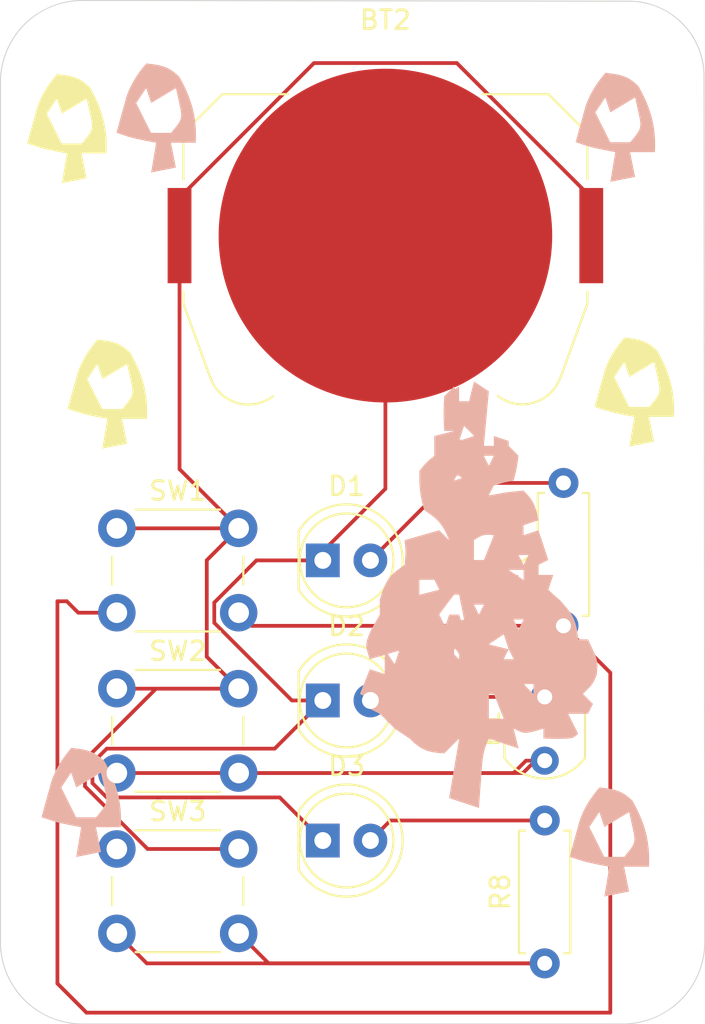
<source format=kicad_pcb>
(kicad_pcb (version 20241229) (generator "pcbnew") (generator_version "9.0")
  (layers (0 "F.Cu" signal) (2 "B.Cu" signal) (13 "F.Paste" user) (15 "B.Paste" user) (5 "F.SilkS" user "F.Silkscreen") (7 "B.SilkS" user "B.Silkscreen") (1 "F.Mask" user) (3 "B.Mask" user) (25 "Edge.Cuts" user))
  (net 0 "")
  (net 1 "Net-(BT2-+)")
  (net 2 "Net-(BT2--)")
  (net 3 "Net-(D1-A)")
  (net 4 "Net-(D2-A)")
  (net 5 "Net-(D3-A)")
  (net 6 "Net-(R1-Pad1)")
  (net 7 "Net-(R6-Pad1)")
  (net 8 "Net-(R8-Pad1)")
  (footprint "Button_Switch_THT:SW_PUSH_6mm" (layer "F.Cu") (at 139.67 101.61)
    (property "Reference" "SW1" (at 3.25 -2 0) (layer "F.SilkS"))
    (property "Value" "SW_Push")
    (fp_line (start -0.25 1.5) (end -0.25 3) (stroke (width 0.12)) (layer "F.SilkS"))
    (fp_line (start 1 5.5) (end 5.5 5.5) (stroke (width 0.12)) (layer "F.SilkS"))
    (fp_line (start 5.5 -1) (end 1 -1) (stroke (width 0.12)) (layer "F.SilkS"))
    (fp_line (start 6.75 3) (end 6.75 1.5) (stroke (width 0.12)) (layer "F.SilkS"))
    (pad "1" thru_hole circle (at 0 0 90) (size 2 2) (drill 1.1) (layers "*.Cu" "*.Mask") (net 1 "Net-(BT2-+)"))
    (pad "1" thru_hole circle (at 6.5 0 90) (size 2 2) (drill 1.1) (layers "*.Cu" "*.Mask") (net 1 "Net-(BT2-+)"))
    (pad "2" thru_hole circle (at 0 4.5 90) (size 2 2) (drill 1.1) (layers "*.Cu" "*.Mask") (net 7 "Net-(R6-Pad1)"))
    (pad "2" thru_hole circle (at 6.5 4.5 90) (size 2 2) (drill 1.1) (layers "*.Cu" "*.Mask") (net 7 "Net-(R6-Pad1)"))
  )
  (footprint "Resistor_THT:R_Axial_DIN0207_L6.3mm_D2.5mm_P7.62mm_Horizontal" (layer "F.Cu") (at 163.5 106.81 90)
    (property "Reference" "R6" (at 3.81 -2.37 90) (layer "F.SilkS"))
    (property "Value" "R")
    (fp_line (start 7.08 -1.37) (end 7.08 -1.04) (stroke (width 0.12)) (layer "F.SilkS"))
    (fp_line (start 0.54 -1.37) (end 7.08 -1.37) (stroke (width 0.12)) (layer "F.SilkS"))
    (fp_line (start 0.54 -1.04) (end 0.54 -1.37) (stroke (width 0.12)) (layer "F.SilkS"))
    (fp_line (start 0.54 1.04) (end 0.54 1.37) (stroke (width 0.12)) (layer "F.SilkS"))
    (fp_line (start 7.08 1.37) (end 7.08 1.04) (stroke (width 0.12)) (layer "F.SilkS"))
    (fp_line (start 0.54 1.37) (end 7.08 1.37) (stroke (width 0.12)) (layer "F.SilkS"))
    (pad "1" thru_hole circle (at 0 0 90) (size 1.6 1.6) (drill 0.8) (layers "*.Cu" "*.Mask") (net 7 "Net-(R6-Pad1)"))
    (pad "2" thru_hole circle (at 7.62 0 90) (size 1.6 1.6) (drill 0.8) (layers "*.Cu" "*.Mask") (net 3 "Net-(D1-A)"))
  )
  (footprint "Button_Switch_THT:SW_PUSH_6mm" (layer "F.Cu") (at 139.67 118.71)
    (property "Reference" "SW3" (at 3.25 -2 0) (layer "F.SilkS"))
    (property "Value" "SW_Push")
    (fp_line (start -0.25 1.5) (end -0.25 3) (stroke (width 0.12)) (layer "F.SilkS"))
    (fp_line (start 1 5.5) (end 5.5 5.5) (stroke (width 0.12)) (layer "F.SilkS"))
    (fp_line (start 5.5 -1) (end 1 -1) (stroke (width 0.12)) (layer "F.SilkS"))
    (fp_line (start 6.75 3) (end 6.75 1.5) (stroke (width 0.12)) (layer "F.SilkS"))
    (pad "1" thru_hole circle (at 0 0 90) (size 2 2) (drill 1.1) (layers "*.Cu" "*.Mask") (net 1 "Net-(BT2-+)"))
    (pad "1" thru_hole circle (at 6.5 0 90) (size 2 2) (drill 1.1) (layers "*.Cu" "*.Mask") (net 1 "Net-(BT2-+)"))
    (pad "2" thru_hole circle (at 0 4.5 90) (size 2 2) (drill 1.1) (layers "*.Cu" "*.Mask") (net 8 "Net-(R8-Pad1)"))
    (pad "2" thru_hole circle (at 6.5 4.5 90) (size 2 2) (drill 1.1) (layers "*.Cu" "*.Mask") (net 8 "Net-(R8-Pad1)"))
  )
  (footprint "LED_THT:LED_D5.0mm" (layer "F.Cu") (at 150.66 118.26)
    (property "Reference" "D3" (at 1.27 -3.96 0) (layer "F.SilkS"))
    (property "Value" "LED")
    (fp_line (start -1.29 -1.545) (end -1.29 1.545) (stroke (width 0.12)) (layer "F.SilkS"))
    (fp_arc (start -1.29 -1.54483) (mid 2.071779 -2.880495) (end 4.26 0) (stroke (width 0.12)) (layer "F.SilkS"))
    (fp_arc (start 4.26 0) (mid 2.071779 2.880495) (end -1.29 1.54483) (stroke (width 0.12)) (layer "F.SilkS"))
    (fp_circle (center 1.27 0) (end 3.77 0) (stroke (width 0.12)) (fill no) (layer "F.SilkS"))
    (pad "1" thru_hole rect (at 0 0) (size 1.8 1.8) (drill 0.9) (layers "*.Cu" "*.Mask") (net 2 "Net-(BT2--)"))
    (pad "2" thru_hole circle (at 2.54 0) (size 1.8 1.8) (drill 0.9) (layers "*.Cu" "*.Mask") (net 5 "Net-(D3-A)"))
  )
  (footprint "LED_THT:LED_D5.0mm" (layer "F.Cu") (at 150.66 103.32)
    (property "Reference" "D1" (at 1.27 -3.96 0) (layer "F.SilkS"))
    (property "Value" "LED")
    (fp_line (start -1.29 -1.545) (end -1.29 1.545) (stroke (width 0.12)) (layer "F.SilkS"))
    (fp_arc (start -1.29 -1.54483) (mid 2.071779 -2.880495) (end 4.26 0) (stroke (width 0.12)) (layer "F.SilkS"))
    (fp_arc (start 4.26 0) (mid 2.071779 2.880495) (end -1.29 1.54483) (stroke (width 0.12)) (layer "F.SilkS"))
    (fp_circle (center 1.27 0) (end 3.77 0) (stroke (width 0.12)) (fill no) (layer "F.SilkS"))
    (pad "1" thru_hole rect (at 0 0) (size 1.8 1.8) (drill 0.9) (layers "*.Cu" "*.Mask") (net 2 "Net-(BT2--)"))
    (pad "2" thru_hole circle (at 2.54 0) (size 1.8 1.8) (drill 0.9) (layers "*.Cu" "*.Mask") (net 3 "Net-(D1-A)"))
  )
  (footprint "LED_THT:LED_D5.0mm" (layer "F.Cu") (at 150.66 110.79)
    (property "Reference" "D2" (at 1.27 -3.96 0) (layer "F.SilkS"))
    (property "Value" "LED")
    (fp_line (start -1.29 -1.545) (end -1.29 1.545) (stroke (width 0.12)) (layer "F.SilkS"))
    (fp_arc (start -1.29 -1.54483) (mid 2.071779 -2.880495) (end 4.26 0) (stroke (width 0.12)) (layer "F.SilkS"))
    (fp_arc (start 4.26 0) (mid 2.071779 2.880495) (end -1.29 1.54483) (stroke (width 0.12)) (layer "F.SilkS"))
    (fp_circle (center 1.27 0) (end 3.77 0) (stroke (width 0.12)) (fill no) (layer "F.SilkS"))
    (pad "1" thru_hole rect (at 0 0) (size 1.8 1.8) (drill 0.9) (layers "*.Cu" "*.Mask") (net 2 "Net-(BT2--)"))
    (pad "2" thru_hole circle (at 2.54 0) (size 1.8 1.8) (drill 0.9) (layers "*.Cu" "*.Mask") (net 4 "Net-(D2-A)"))
  )
  (footprint "Button_Switch_THT:SW_PUSH_6mm" (layer "F.Cu") (at 139.67 110.16)
    (property "Reference" "SW2" (at 3.25 -2 0) (layer "F.SilkS"))
    (property "Value" "SW_Push")
    (fp_line (start -0.25 1.5) (end -0.25 3) (stroke (width 0.12)) (layer "F.SilkS"))
    (fp_line (start 1 5.5) (end 5.5 5.5) (stroke (width 0.12)) (layer "F.SilkS"))
    (fp_line (start 5.5 -1) (end 1 -1) (stroke (width 0.12)) (layer "F.SilkS"))
    (fp_line (start 6.75 3) (end 6.75 1.5) (stroke (width 0.12)) (layer "F.SilkS"))
    (pad "1" thru_hole circle (at 0 0 90) (size 2 2) (drill 1.1) (layers "*.Cu" "*.Mask") (net 1 "Net-(BT2-+)"))
    (pad "1" thru_hole circle (at 6.5 0 90) (size 2 2) (drill 1.1) (layers "*.Cu" "*.Mask") (net 1 "Net-(BT2-+)"))
    (pad "2" thru_hole circle (at 0 4.5 90) (size 2 2) (drill 1.1) (layers "*.Cu" "*.Mask") (net 6 "Net-(R1-Pad1)"))
    (pad "2" thru_hole circle (at 6.5 4.5 90) (size 2 2) (drill 1.1) (layers "*.Cu" "*.Mask") (net 6 "Net-(R1-Pad1)"))
  )
  (footprint "OptoDevice:R_LDR_5.1x4.3mm_P3.4mm_Vertical" (layer "F.Cu") (at 162.5 114 90)
    (property "Reference" "R1" (at 1.7 -2.9 90) (layer "F.SilkS"))
    (property "Value" "R_Photo")
    (fp_line (start 0.15 -2.15) (end 3.2 -2.15) (stroke (width 0.12)) (layer "F.SilkS"))
    (fp_line (start 0.15 2.15) (end 3.2 2.15) (stroke (width 0.12)) (layer "F.SilkS"))
    (fp_arc (start 3.2 -2.15) (mid 4.321403 -0.027338) (end 3.244513 2.118249) (stroke (width 0.12)) (layer "F.SilkS"))
    (fp_arc (start 0.15 2.15) (mid -0.950438 -0.013368) (end 0.171766 -2.165525) (stroke (width 0.12)) (layer "F.SilkS"))
    (pad "1" thru_hole circle (at 0 0 90) (size 1.5 1.5) (drill 0.8) (layers "*.Cu" "*.Mask") (net 6 "Net-(R1-Pad1)"))
    (pad "2" thru_hole circle (at 3.4 0 90) (size 1.5 1.5) (drill 0.8) (layers "*.Cu" "*.Mask") (net 4 "Net-(D2-A)"))
  )
  (footprint "Resistor_THT:R_Axial_DIN0207_L6.3mm_D2.5mm_P7.62mm_Horizontal" (layer "F.Cu") (at 162.5 124.81 90)
    (property "Reference" "R8" (at 3.81 -2.37 90) (layer "F.SilkS"))
    (property "Value" "R")
    (fp_line (start 7.08 -1.37) (end 7.08 -1.04) (stroke (width 0.12)) (layer "F.SilkS"))
    (fp_line (start 0.54 -1.37) (end 7.08 -1.37) (stroke (width 0.12)) (layer "F.SilkS"))
    (fp_line (start 0.54 -1.04) (end 0.54 -1.37) (stroke (width 0.12)) (layer "F.SilkS"))
    (fp_line (start 0.54 1.04) (end 0.54 1.37) (stroke (width 0.12)) (layer "F.SilkS"))
    (fp_line (start 7.08 1.37) (end 7.08 1.04) (stroke (width 0.12)) (layer "F.SilkS"))
    (fp_line (start 0.54 1.37) (end 7.08 1.37) (stroke (width 0.12)) (layer "F.SilkS"))
    (pad "1" thru_hole circle (at 0 0 90) (size 1.6 1.6) (drill 0.8) (layers "*.Cu" "*.Mask") (net 8 "Net-(R8-Pad1)"))
    (pad "2" thru_hole circle (at 7.62 0 90) (size 1.6 1.6) (drill 0.8) (layers "*.Cu" "*.Mask") (net 5 "Net-(D3-A)"))
  )
  (footprint "Battery:BatteryHolder_Keystone_3034_1x20mm" (layer "F.Cu") (at 154 86)
    (property "Reference" "BT2" (at 0 -11.5 0) (layer "F.SilkS"))
    (property "Value" "Battery_Cell")
    (fp_line (start -10.78 -5.46) (end -10.78 -3) (stroke (width 0.12)) (layer "F.SilkS"))
    (fp_line (start -10.78 3) (end -10.78 3.63) (stroke (width 0.12)) (layer "F.SilkS"))
    (fp_line (start -10.78 3.63) (end -9.34 7.58) (stroke (width 0.12)) (layer "F.SilkS"))
    (fp_line (start -8.7 -7.54) (end -10.78 -5.46) (stroke (width 0.12)) (layer "F.SilkS"))
    (fp_line (start -5.2 -7.54) (end -8.7 -7.54) (stroke (width 0.12)) (layer "F.SilkS"))
    (fp_line (start 8.7 -7.54) (end 5.2 -7.54) (stroke (width 0.12)) (layer "F.SilkS"))
    (fp_line (start 8.7 -7.54) (end 10.78 -5.46) (stroke (width 0.12)) (layer "F.SilkS"))
    (fp_line (start 10.78 -5.46) (end 10.78 -3) (stroke (width 0.12)) (layer "F.SilkS"))
    (fp_line (start 10.78 3) (end 10.78 3.63) (stroke (width 0.12)) (layer "F.SilkS"))
    (fp_line (start 10.78 3.63) (end 9.34 7.58) (stroke (width 0.12)) (layer "F.SilkS"))
    (fp_arc (start -6.003354 8.56653) (mid -7.921654 8.918738) (end -9.34 7.58) (stroke (width 0.12)) (layer "F.SilkS"))
    (fp_arc (start 9.325243 7.588169) (mid 7.90634 8.911668) (end 6 8.55) (stroke (width 0.12)) (layer "F.SilkS"))
    (pad "1" smd rect (at -10.985 0) (size 1.27 5.08) (layers "F.Cu" "F.Mask" "F.Paste") (net 1 "Net-(BT2-+)"))
    (pad "1" smd rect (at 10.985 0) (size 1.27 5.08) (layers "F.Cu" "F.Mask" "F.Paste") (net 1 "Net-(BT2-+)"))
    (pad "2" smd circle (at 0 0) (size 17.8 17.8) (layers "F.Cu" "F.Mask") (net 2 "Net-(BT2--)"))
  )
  (gr_poly (pts (xy 137.214135 94.615571) (xy 137.389624 93.987697) (xy 137.58496 93.280763) (xy 137.633807 93.152526) (xy 137.684155 93.029035) (xy 137.736154 92.909827) (xy 137.789952 92.794443) (xy 137.845698 92.682421) (xy 137.903539 92.573301) (xy 137.963624 92.466622) (xy 138.026102 92.361923) (xy 138.091121 92.258742) (xy 138.158829 92.15662) (xy 138.229374 92.055095) (xy 138.302906 91.953707) (xy 138.45952 91.749496) (xy 138.629858 91.540301) (xy 138.906576 91.571945) (xy 139.034324 91.588944) (xy 139.155954 91.607745) (xy 139.272182 91.629109) (xy 139.383727 91.653799) (xy 139.491304 91.682577) (xy 139.59563 91.716207) (xy 139.697423 91.75545) (xy 139.7974 91.801068) (xy 139.896277 91.853825) (xy 139.994771 91.914483) (xy 140.093599 91.983803) (xy 140.193479 92.06255) (xy 140.295126 92.151484) (xy 140.399259 92.251368) (xy 140.517968 92.466631) (xy 140.628297 92.679776) (xy 140.730215 92.891396) (xy 140.823691 93.102085) (xy 140.908694 93.312435) (xy 140.985193 93.52304) (xy 141.053158 93.734494) (xy 141.112557 93.947389) (xy 141.16336 94.162319) (xy 141.205535 94.379877) (xy 141.239053 94.600656) (xy 141.263881 94.82525) (xy 141.27999 95.054251) (xy 141.287349 95.288253) (xy 141.285926 95.52785) (xy 141.275691 95.773634) (xy 139.952774 95.773634) (xy 140.217358 97.096551) (xy 138.894441 97.361134) (xy 139.159025 95.773634) (xy 138.894441 95.723578) (xy 138.894441 95.244467) (xy 139.952774 95.244467) (xy 140.159103 94.993994) (xy 140.241824 94.889256) (xy 140.311758 94.794986) (xy 140.369533 94.708786) (xy 140.394058 94.667963) (xy 140.41578 94.628258) (xy 140.434776 94.589372) (xy 140.451127 94.551004) (xy 140.464911 94.512855) (xy 140.476206 94.474626) (xy 140.485091 94.436016) (xy 140.491645 94.396726) (xy 140.495946 94.356455) (xy 140.498074 94.314905) (xy 140.498107 94.271775) (xy 140.496124 94.226766) (xy 140.492204 94.179577) (xy 140.486424 94.12991) (xy 140.469604 94.021939) (xy 140.446294 93.900456) (xy 140.382722 93.607358) (xy 140.217358 92.863218) (xy 138.894441 93.656968) (xy 138.629858 92.863218) (xy 138.100691 93.656968) (xy 138.894441 95.244467) (xy 138.894441 95.723578) (xy 138.547176 95.657879) (xy 138.123687 95.567704) (xy 137.96785 95.531433) (xy 137.825773 95.494581) (xy 137.679819 95.452304) (xy 137.512355 95.399755) (xy 137.042358 95.244467)) (fill yes) (layer "F.SilkS"))
  (gr_poly (pts (xy 135.055306 80.458951) (xy 135.230795 79.831077) (xy 135.426131 79.124143) (xy 135.474978 78.995906) (xy 135.525326 78.872415) (xy 135.577325 78.753207) (xy 135.631123 78.637823) (xy 135.686869 78.525801) (xy 135.74471 78.416681) (xy 135.804795 78.310002) (xy 135.867273 78.205303) (xy 135.932292 78.102122) (xy 136 78) (xy 136.070545 77.898475) (xy 136.144077 77.797087) (xy 136.300691 77.592876) (xy 136.471029 77.383681) (xy 136.747747 77.415325) (xy 136.875495 77.432324) (xy 136.997125 77.451125) (xy 137.113353 77.472489) (xy 137.224898 77.497179) (xy 137.332475 77.525957) (xy 137.436801 77.559587) (xy 137.538594 77.59883) (xy 137.638571 77.644448) (xy 137.737448 77.697205) (xy 137.835942 77.757863) (xy 137.93477 77.827183) (xy 138.03465 77.90593) (xy 138.136297 77.994864) (xy 138.24043 78.094748) (xy 138.359139 78.310011) (xy 138.469468 78.523156) (xy 138.571386 78.734776) (xy 138.664862 78.945465) (xy 138.749865 79.155815) (xy 138.826364 79.36642) (xy 138.894329 79.577874) (xy 138.953728 79.790769) (xy 139.004531 80.005699) (xy 139.046706 80.223257) (xy 139.080224 80.444036) (xy 139.105052 80.66863) (xy 139.121161 80.897631) (xy 139.12852 81.131633) (xy 139.127097 81.37123) (xy 139.116862 81.617014) (xy 137.793945 81.617014) (xy 138.058529 82.939931) (xy 136.735612 83.204514) (xy 137.000196 81.617014) (xy 136.735612 81.566958) (xy 136.735612 81.087847) (xy 137.793945 81.087847) (xy 138.000274 80.837374) (xy 138.082995 80.732636) (xy 138.152929 80.638366) (xy 138.210704 80.552166) (xy 138.235229 80.511343) (xy 138.256951 80.471638) (xy 138.275947 80.432752) (xy 138.292298 80.394384) (xy 138.306082 80.356235) (xy 138.317377 80.318006) (xy 138.326262 80.279396) (xy 138.332816 80.240106) (xy 138.337117 80.199835) (xy 138.339245 80.158285) (xy 138.339278 80.115155) (xy 138.337295 80.070146) (xy 138.333375 80.022957) (xy 138.327595 79.97329) (xy 138.310775 79.865319) (xy 138.287465 79.743836) (xy 138.223893 79.450738) (xy 138.058529 78.706598) (xy 136.735612 79.500348) (xy 136.471029 78.706598) (xy 135.941862 79.500348) (xy 136.735612 81.087847) (xy 136.735612 81.566958) (xy 136.388347 81.501259) (xy 135.964858 81.411084) (xy 135.809021 81.374813) (xy 135.666944 81.337961) (xy 135.52099 81.295684) (xy 135.353526 81.243135) (xy 134.883529 81.087847)) (fill yes) (layer "F.SilkS"))
  (gr_poly (pts (xy 165.331413 94.508213) (xy 165.506902 93.880339) (xy 165.702238 93.173405) (xy 165.751085 93.045168) (xy 165.801433 92.921677) (xy 165.853432 92.802469) (xy 165.90723 92.687085) (xy 165.962976 92.575063) (xy 166.020817 92.465943) (xy 166.080902 92.359264) (xy 166.14338 92.254565) (xy 166.208399 92.151384) (xy 166.276107 92.049262) (xy 166.346652 91.947737) (xy 166.420184 91.846349) (xy 166.576798 91.642138) (xy 166.747136 91.432943) (xy 167.023854 91.464587) (xy 167.151602 91.481586) (xy 167.273232 91.500387) (xy 167.38946 91.521751) (xy 167.501005 91.546441) (xy 167.608582 91.575219) (xy 167.712908 91.608849) (xy 167.814701 91.648092) (xy 167.914678 91.69371) (xy 168.013555 91.746467) (xy 168.112049 91.807125) (xy 168.210877 91.876445) (xy 168.310757 91.955192) (xy 168.412404 92.044126) (xy 168.516537 92.14401) (xy 168.635246 92.359273) (xy 168.745575 92.572418) (xy 168.847493 92.784038) (xy 168.940969 92.994727) (xy 169.025972 93.205077) (xy 169.102471 93.415682) (xy 169.170436 93.627136) (xy 169.229835 93.840031) (xy 169.280638 94.054961) (xy 169.322813 94.272519) (xy 169.356331 94.493298) (xy 169.381159 94.717892) (xy 169.397268 94.946893) (xy 169.404627 95.180895) (xy 169.403204 95.420492) (xy 169.392969 95.666276) (xy 168.070052 95.666276) (xy 168.334636 96.989193) (xy 167.011719 97.253776) (xy 167.276303 95.666276) (xy 167.011719 95.61622) (xy 167.011719 95.137109) (xy 168.070052 95.137109) (xy 168.276381 94.886636) (xy 168.359102 94.781898) (xy 168.429036 94.687628) (xy 168.486811 94.601428) (xy 168.511336 94.560605) (xy 168.533058 94.5209) (xy 168.552054 94.482014) (xy 168.568405 94.443646) (xy 168.582189 94.405497) (xy 168.593484 94.367268) (xy 168.602369 94.328658) (xy 168.608923 94.289368) (xy 168.613224 94.249097) (xy 168.615352 94.207547) (xy 168.615385 94.164417) (xy 168.613402 94.119408) (xy 168.609482 94.072219) (xy 168.603702 94.022552) (xy 168.586882 93.914581) (xy 168.563572 93.793098) (xy 168.5 93.5) (xy 168.334636 92.75586) (xy 167.011719 93.54961) (xy 166.747136 92.75586) (xy 166.217969 93.54961) (xy 167.011719 95.137109) (xy 167.011719 95.61622) (xy 166.664454 95.550521) (xy 166.240965 95.460346) (xy 166.085128 95.424075) (xy 165.943051 95.387223) (xy 165.797097 95.344946) (xy 165.629633 95.292397) (xy 165.159636 95.137109)) (fill yes) (layer "F.SilkS"))
  (gr_poly (pts (xy 139.819694 79.891993) (xy 139.995183 79.264119) (xy 140.190519 78.557185) (xy 140.239366 78.428948) (xy 140.289714 78.305457) (xy 140.341713 78.186249) (xy 140.395511 78.070865) (xy 140.451257 77.958843) (xy 140.509098 77.849723) (xy 140.569183 77.743044) (xy 140.631661 77.638345) (xy 140.69668 77.535164) (xy 140.764388 77.433042) (xy 140.834933 77.331517) (xy 140.908465 77.230129) (xy 141.065079 77.025918) (xy 141.235417 76.816723) (xy 141.512135 76.848367) (xy 141.639883 76.865366) (xy 141.761513 76.884167) (xy 141.877741 76.905531) (xy 141.989286 76.930221) (xy 142.096863 76.958999) (xy 142.201189 76.992629) (xy 142.302982 77.031872) (xy 142.402959 77.07749) (xy 142.501836 77.130247) (xy 142.60033 77.190905) (xy 142.699158 77.260225) (xy 142.799038 77.338972) (xy 142.900685 77.427906) (xy 143.004818 77.52779) (xy 143.123527 77.743053) (xy 143.233856 77.956198) (xy 143.335774 78.167818) (xy 143.42925 78.378507) (xy 143.514253 78.588857) (xy 143.590752 78.799462) (xy 143.658717 79.010916) (xy 143.718116 79.223811) (xy 143.768919 79.438741) (xy 143.811094 79.656299) (xy 143.844612 79.877078) (xy 143.86944 80.101672) (xy 143.885549 80.330673) (xy 143.892908 80.564675) (xy 143.891485 80.804272) (xy 143.88125 81.050056) (xy 142.558333 81.050056) (xy 142.822917 82.372973) (xy 141.5 82.637556) (xy 141.764584 81.050056) (xy 141.5 81) (xy 141.5 80.520889) (xy 142.558333 80.520889) (xy 142.764662 80.270416) (xy 142.847383 80.165678) (xy 142.917317 80.071408) (xy 142.975092 79.985208) (xy 142.999617 79.944385) (xy 143.021339 79.90468) (xy 143.040335 79.865794) (xy 143.056686 79.827426) (xy 143.07047 79.789277) (xy 143.081765 79.751048) (xy 143.09065 79.712438) (xy 143.097204 79.673148) (xy 143.101505 79.632877) (xy 143.103633 79.591327) (xy 143.103666 79.548197) (xy 143.101683 79.503188) (xy 143.097763 79.455999) (xy 143.091983 79.406332) (xy 143.075163 79.298361) (xy 143.051853 79.176878) (xy 142.988281 78.88378) (xy 142.822917 78.13964) (xy 141.5 78.93339) (xy 141.235417 78.13964) (xy 140.70625 78.93339) (xy 141.5 80.520889) (xy 141.5 81) (xy 141.152735 80.934301) (xy 140.729246 80.844126) (xy 140.573409 80.807855) (xy 140.431332 80.771003) (xy 140.285378 80.728726) (xy 140.117914 80.676177) (xy 139.647917 80.520889)) (fill yes) (layer "B.SilkS"))
  (gr_poly (pts (xy 158.72655 98.535418) (xy 159.5203 98.535418) (xy 159.784884 98.006251) (xy 159.5203 99.858335) (xy 159.285792 99.746554) (xy 159.069407 99.637047) (xy 158.966788 99.581875) (xy 158.867235 99.525747) (xy 158.770258 99.468153) (xy 158.67537 99.408586) (xy 158.58208 99.346537) (xy 158.489902 99.281498) (xy 158.398345 99.212961) (xy 158.306923 99.140416) (xy 158.215146 99.063357) (xy 158.122525 98.981273) (xy 158.028573 98.893658) (xy 157.932801 98.800002) (xy 156.874467 98.800002) (xy 156.718896 98.968776) (xy 156.598029 99.102322) (xy 156.547703 99.15976) (xy 156.502565 99.213042) (xy 156.461452 99.263718) (xy 156.423201 99.313338) (xy 156.38665 99.363453) (xy 156.350636 99.415613) (xy 156.313997 99.471369) (xy 156.275568 99.53227) (xy 156.188696 99.675709) (xy 156.080717 99.858335) (xy 155.816134 98.535418) (xy 156.111051 98.415404) (xy 156.404681 98.301794) (xy 156.69806 98.194356) (xy 156.992221 98.092861) (xy 157.2882 97.997075) (xy 157.58703 97.906769) (xy 157.889747 97.82171) (xy 158.197384 97.741668) (xy 158.461967 97.477085)) (fill yes) (layer "B.SilkS"))
  (gr_poly (pts (xy 159.784884 100.387502) (xy 159.255718 100.387502) (xy 159.255718 99.858335) (xy 159.784884 99.858335)) (fill yes) (layer "B.SilkS"))
  (gr_poly (pts (xy 159.255718 106.737501) (xy 159.189885 106.887327) (xy 159.12749 107.024066) (xy 159.067313 107.149075) (xy 159.008137 107.263714) (xy 158.948745 107.369341) (xy 158.887917 107.467315) (xy 158.824438 107.558993) (xy 158.757087 107.645736) (xy 158.684648 107.728901) (xy 158.605903 107.809847) (xy 158.519634 107.889932) (xy 158.424623 107.970515) (xy 158.319652 108.052955) (xy 158.203503 108.13861) (xy 158.074959 108.228839) (xy 157.932801 108.325001) (xy 157.668217 107.531251) (xy 157.89456 107.189153) (xy 157.977501 107.068488) (xy 158.05269 106.964877) (xy 158.129429 106.865917) (xy 158.217021 106.759205) (xy 158.324766 106.632339) (xy 158.461967 106.472918)) (fill yes) (layer "B.SilkS"))
  (gr_poly (pts (xy 157.668217 107.531251) (xy 157.668217 108.854168) (xy 156.874467 108.854168) (xy 156.609884 107.266667)) (fill yes) (layer "B.SilkS"))
  (gr_poly (pts (xy 155.022384 106.737501) (xy 156.080717 107.002085) (xy 155.816134 108.060417) (xy 155.022384 108.060417) (xy 154.558005 108.187902) (xy 154.094461 108.318435) (xy 153.631858 108.452251) (xy 153.170301 108.589584) (xy 153.083646 108.326002) (xy 153.049923 108.216242) (xy 153.022765 108.118037) (xy 153.002292 108.029036) (xy 152.988626 107.946891) (xy 152.984383 107.907654) (xy 152.981888 107.869251) (xy 152.981155 107.831386) (xy 152.982199 107.793767) (xy 152.985035 107.756099) (xy 152.98968 107.718089) (xy 152.996147 107.679443) (xy 153.004452 107.639868) (xy 153.026637 107.556754) (xy 153.056355 107.466397) (xy 153.093727 107.366447) (xy 153.138875 107.254556) (xy 153.252983 106.985548) (xy 153.401392 106.727974) (xy 153.519375 106.527954) (xy 153.570531 106.444742) (xy 153.618368 106.370179) (xy 153.664315 106.30235) (xy 153.709803 106.239341) (xy 153.756259 106.179239) (xy 153.805114 106.12013) (xy 153.857795 106.0601) (xy 153.915733 105.997237) (xy 154.053096 105.855352) (xy 154.228634 105.679168) (xy 154.7578 105.679168)) (fill yes) (layer "B.SilkS"))
  (gr_poly (pts (xy 135.819694 116.391993) (xy 135.995183 115.764119) (xy 136.190519 115.057185) (xy 136.239366 114.928948) (xy 136.289714 114.805457) (xy 136.341713 114.686249) (xy 136.395511 114.570865) (xy 136.451257 114.458843) (xy 136.509098 114.349723) (xy 136.569183 114.243044) (xy 136.631661 114.138345) (xy 136.69668 114.035164) (xy 136.764388 113.933042) (xy 136.834933 113.831517) (xy 136.908465 113.730129) (xy 137.065079 113.525918) (xy 137.235417 113.316723) (xy 137.512135 113.348367) (xy 137.639883 113.365366) (xy 137.761513 113.384167) (xy 137.877741 113.405531) (xy 137.989286 113.430221) (xy 138.096863 113.458999) (xy 138.201189 113.492629) (xy 138.302982 113.531872) (xy 138.402959 113.57749) (xy 138.501836 113.630247) (xy 138.60033 113.690905) (xy 138.699158 113.760225) (xy 138.799038 113.838972) (xy 138.900685 113.927906) (xy 139.004818 114.02779) (xy 139.123527 114.243053) (xy 139.233856 114.456198) (xy 139.335774 114.667818) (xy 139.42925 114.878507) (xy 139.514253 115.088857) (xy 139.590752 115.299462) (xy 139.658717 115.510916) (xy 139.718116 115.723811) (xy 139.768919 115.938741) (xy 139.811094 116.156299) (xy 139.844612 116.377078) (xy 139.86944 116.601672) (xy 139.885549 116.830673) (xy 139.892908 117.064675) (xy 139.891485 117.304272) (xy 139.88125 117.550056) (xy 138.558333 117.550056) (xy 138.822917 118.872973) (xy 137.5 119.137556) (xy 137.764584 117.550056) (xy 137.5 117.5) (xy 137.5 117.020889) (xy 138.558333 117.020889) (xy 138.764662 116.770416) (xy 138.847383 116.665678) (xy 138.917317 116.571408) (xy 138.975092 116.485208) (xy 138.999617 116.444385) (xy 139.021339 116.40468) (xy 139.040335 116.365794) (xy 139.056686 116.327426) (xy 139.07047 116.289277) (xy 139.081765 116.251048) (xy 139.09065 116.212438) (xy 139.097204 116.173148) (xy 139.101505 116.132877) (xy 139.103633 116.091327) (xy 139.103666 116.048197) (xy 139.101683 116.003188) (xy 139.097763 115.955999) (xy 139.091983 115.906332) (xy 139.075163 115.798361) (xy 139.051853 115.676878) (xy 138.988281 115.38378) (xy 138.822917 114.63964) (xy 137.5 115.43339) (xy 137.235417 114.63964) (xy 136.70625 115.43339) (xy 137.5 117.020889) (xy 137.5 117.5) (xy 137.152735 117.434301) (xy 136.729246 117.344126) (xy 136.573409 117.307855) (xy 136.431332 117.271003) (xy 136.285378 117.228726) (xy 136.117914 117.176177) (xy 135.647917 117.020889)) (fill yes) (layer "B.SilkS"))
  (gr_poly (pts (xy 158.72655 116.262501) (xy 157.403634 115.997917) (xy 157.668217 114.410418) (xy 158.461967 114.410418)) (fill yes) (layer "B.SilkS"))
  (gr_poly (pts (xy 160.578634 103.033335) (xy 160.314051 103.562501) (xy 160.578634 104.091668) (xy 161.107801 104.091668) (xy 161.019596 104.35412) (xy 160.982191 104.461195) (xy 160.947862 104.554172) (xy 160.915568 104.634553) (xy 160.884268 104.70384) (xy 160.852919 104.763534) (xy 160.82048 104.815138) (xy 160.785909 104.860153) (xy 160.748165 104.900081) (xy 160.706206 104.936424) (xy 160.658991 104.970684) (xy 160.605477 105.004363) (xy 160.544624 105.038961) (xy 160.396733 105.116928) (xy 160.234528 105.120987) (xy 160.079206 105.115597) (xy 159.93 105.101307) (xy 159.786141 105.078669) (xy 159.646862 105.048233) (xy 159.511394 105.01055) (xy 159.37897 104.96617) (xy 159.248821 104.915643) (xy 159.12018 104.859522) (xy 158.992278 104.798355) (xy 158.864347 104.732695) (xy 158.73562 104.663091) (xy 158.197384 104.356251) (xy 158.285751 104.181068) (xy 158.323539 104.109173) (xy 158.358614 104.046193) (xy 158.392139 103.990963) (xy 158.425277 103.942323) (xy 158.459189 103.899109) (xy 158.4768 103.879173) (xy 158.49504 103.860157) (xy 158.514055 103.841917) (xy 158.533991 103.824307) (xy 158.577205 103.790394) (xy 158.625846 103.757257) (xy 158.681075 103.723732) (xy 158.744056 103.688656) (xy 158.815951 103.650868) (xy 158.991134 103.562501) (xy 159.5203 104.091668) (xy 159.5203 103.033335) (xy 160.049467 102.768751)) (fill yes) (layer "B.SilkS"))
  (gr_poly (pts (xy 159.5203 94.302085) (xy 159.255718 97.212502) (xy 159.784884 97.212502) (xy 159.784884 96.683335) (xy 160.578634 96.947918) (xy 160.578634 97.212502) (xy 161.107801 97.741668) (xy 161.047856 98.153013) (xy 161.024085 98.299774) (xy 161.000313 98.427931) (xy 160.973442 98.552988) (xy 160.940369 98.690448) (xy 160.843217 99.064585) (xy 160.330587 99.163804) (xy 159.784884 99.329168) (xy 159.5203 99.858335) (xy 160.413269 99.69297) (xy 161.372383 99.593752) (xy 161.472876 99.69649) (xy 161.562721 99.793303) (xy 161.642745 99.885357) (xy 161.713778 99.973824) (xy 161.776647 100.059872) (xy 161.832179 100.144672) (xy 161.881203 100.229391) (xy 161.924546 100.315201) (xy 161.963037 100.40327) (xy 161.997503 100.494768) (xy 162.028771 100.590865) (xy 162.057671 100.692729) (xy 162.085029 100.80153) (xy 162.111673 100.918438) (xy 162.166133 101.181252) (xy 161.372383 101.445835) (xy 161.372383 101.975001) (xy 162.166133 101.710418) (xy 162.6953 103.297918) (xy 162.166133 103.562501) (xy 162.166133 104.091668) (xy 162.959884 104.091668) (xy 162.6953 104.885418) (xy 163.340223 105.464194) (xy 163.462609 105.600298) (xy 163.573656 105.728114) (xy 163.67398 105.849219) (xy 163.764198 105.965194) (xy 163.844925 106.077615) (xy 163.916778 106.188063) (xy 163.980373 106.298115) (xy 164.036326 106.40935) (xy 164.085254 106.523347) (xy 164.127773 106.641684) (xy 164.164499 106.76594) (xy 164.196047 106.897693) (xy 164.223036 107.038522) (xy 164.24608 107.190006) (xy 164.265796 107.353722) (xy 164.2828 107.531251) (xy 164.811967 107.531251) (xy 164.992613 107.915595) (xy 165.127331 108.213473) (xy 165.179162 108.336951) (xy 165.221546 108.447171) (xy 165.25516 108.546916) (xy 165.280683 108.638973) (xy 165.298794 108.726128) (xy 165.310171 108.811166) (xy 165.315491 108.896874) (xy 165.315433 108.986035) (xy 165.310675 109.081438) (xy 165.301897 109.185866) (xy 165.274988 109.432943) (xy 165.208454 109.592268) (xy 165.1795 109.658765) (xy 165.151998 109.718456) (xy 165.124884 109.772817) (xy 165.097092 109.823326) (xy 165.067556 109.871462) (xy 165.03521 109.918702) (xy 164.998988 109.966523) (xy 164.957824 110.016403) (xy 164.910653 110.069819) (xy 164.856409 110.12825) (xy 164.794026 110.193172) (xy 164.722438 110.266064) (xy 164.547384 110.441668) (xy 165.076551 110.970835) (xy 164.811967 111.5) (xy 163.753633 111.5) (xy 164.2828 112.558334) (xy 164.236029 112.604912) (xy 164.193884 112.6457) (xy 164.174055 112.664052) (xy 164.154792 112.68111) (xy 164.135898 112.696928) (xy 164.117177 112.711555) (xy 164.098432 112.725044) (xy 164.079465 112.737446) (xy 164.060081 112.748812) (xy 164.040082 112.759194) (xy 164.019272 112.768644) (xy 163.997453 112.777213) (xy 163.974429 112.784951) (xy 163.950004 112.791912) (xy 163.923979 112.798146) (xy 163.896159 112.803705) (xy 163.866347 112.80864) (xy 163.834346 112.813003) (xy 163.799958 112.816845) (xy 163.762988 112.820217) (xy 163.723238 112.823172) (xy 163.680511 112.82576) (xy 163.585342 112.830044) (xy 163.475905 112.83348) (xy 163.207931 112.839455) (xy 162.430717 112.822918) (xy 162.430717 112.293751) (xy 161.934623 112.442579) (xy 161.748007 112.480271) (xy 161.670468 112.494502) (xy 161.60131 112.505366) (xy 161.538935 112.512645) (xy 161.481744 112.516121) (xy 161.428138 112.515576) (xy 161.376518 112.510792) (xy 161.325285 112.501551) (xy 161.272842 112.487635) (xy 161.217588 112.468825) (xy 161.157926 112.444905) (xy 161.092257 112.415655) (xy 161.018982 112.380858) (xy 160.843217 112.293751) (xy 161.107801 113.352083) (xy 159.5203 112.822918) (xy 159.457406 112.956125) (xy 159.402345 113.087901) (xy 159.354499 113.218585) (xy 159.313246 113.348517) (xy 159.277967 113.478037) (xy 159.248043 113.607484) (xy 159.222852 113.737197) (xy 159.201776 113.867517) (xy 159.184194 113.998783) (xy 159.169487 114.131334) (xy 159.146215 114.401652) (xy 159.106889 114.972656) (xy 159.039709 115.851156) (xy 158.991134 116.527084) (xy 157.403634 115.997917) (xy 157.932801 112.822918) (xy 157.139051 113.616667) (xy 156.979497 113.604051) (xy 156.831588 113.589971) (xy 156.694079 113.573683) (xy 156.565728 113.554444) (xy 156.44529 113.531511) (xy 156.33152 113.50414) (xy 156.223176 113.47159) (xy 156.119013 113.433116) (xy 156.017788 113.387976) (xy 155.918256 113.335426) (xy 155.819173 113.274724) (xy 155.719296 113.205126) (xy 155.617381 113.12589) (xy 155.512184 113.036272) (xy 155.402461 112.935529) (xy 155.286968 112.822918) (xy 154.493218 112.293751) (xy 153.964051 111.764584) (xy 159.5203 111.764584) (xy 160.314051 111.764584) (xy 159.784884 110.441668) (xy 159.5203 110.441668) (xy 159.5203 111.764584) (xy 153.964051 111.764584) (xy 153.699468 111.5) (xy 153.170301 111.235418) (xy 153.170301 110.706251) (xy 152.641134 110.441668) (xy 152.852801 109.9125) (xy 161.372383 109.9125) (xy 161.90155 110.441668) (xy 161.90155 109.9125) (xy 161.372383 109.9125) (xy 152.852801 109.9125) (xy 153.170301 109.118752) (xy 153.964051 109.383335) (xy 153.964051 108.325001) (xy 153.170301 108.589584) (xy 153.083711 108.326034) (xy 153.050141 108.216351) (xy 153.023282 108.118295) (xy 153.010252 108.060417) (xy 153.964051 108.060417) (xy 154.493218 108.854168) (xy 154.7578 108.060417) (xy 157.403634 108.060417) (xy 157.932801 108.589584) (xy 160.314051 108.589584) (xy 160.843217 108.589584) (xy 160.578634 108.060417) (xy 160.314051 108.589584) (xy 157.932801 108.589584) (xy 157.932801 108.060417) (xy 157.403634 108.060417) (xy 154.7578 108.060417) (xy 153.964051 108.060417) (xy 153.010252 108.060417) (xy 153.003301 108.029541) (xy 152.99037 107.947763) (xy 152.986601 107.908763) (xy 152.984657 107.870636) (xy 152.984561 107.833089) (xy 152.986333 107.795834) (xy 159.5203 107.795834) (xy 160.578634 108.060417) (xy 160.314051 107.266667) (xy 159.5203 107.795834) (xy 152.986333 107.795834) (xy 152.989994 107.758578) (xy 152.995566 107.721032) (xy 153.00307 107.682905) (xy 153.012526 107.643905) (xy 153.037384 107.562127) (xy 153.070307 107.473373) (xy 153.111467 107.375317) (xy 153.161032 107.265634) (xy 153.286056 107.002085) (xy 153.699468 106.208335) (xy 156.874467 106.208335) (xy 157.139051 106.737501) (xy 158.197384 106.472918) (xy 160.843217 106.472918) (xy 161.107801 107.002085) (xy 161.372383 106.472918) (xy 160.843217 106.472918) (xy 158.197384 106.472918) (xy 158.038634 105.679168) (xy 158.72655 105.679168) (xy 158.991134 106.208335) (xy 159.255718 105.679168) (xy 158.72655 105.679168) (xy 158.038634 105.679168) (xy 157.932801 105.150002) (xy 157.668217 105.150002) (xy 157.465855 105.411612) (xy 157.266049 105.6752) (xy 157.06889 105.940773) (xy 156.874467 106.208335) (xy 153.699468 106.208335) (xy 153.699468 105.414584) (xy 153.785596 105.150002) (xy 155.816134 105.150002) (xy 156.874467 104.885418) (xy 156.609884 104.356251) (xy 155.816134 104.356251) (xy 155.816134 105.150002) (xy 153.785596 105.150002) (xy 153.809738 105.075838) (xy 153.861639 104.927812) (xy 153.913258 104.791996) (xy 153.966 104.666873) (xy 154.021273 104.550926) (xy 154.08048 104.442638) (xy 154.145029 104.340494) (xy 154.216325 104.242976) (xy 154.295773 104.148568) (xy 154.384779 104.055754) (xy 154.484749 103.963016) (xy 154.597089 103.868839) (xy 154.651301 103.827085) (xy 160.578634 103.827085) (xy 161.372383 104.356251) (xy 161.372383 103.827085) (xy 160.578634 103.827085) (xy 154.651301 103.827085) (xy 154.723204 103.771705) (xy 154.864501 103.670098) (xy 155.022384 103.562501) (xy 155.044115 103.335601) (xy 155.059637 103.157289) (xy 155.068951 103.012061) (xy 155.071279 102.947009) (xy 155.072055 102.884414) (xy 155.071279 102.822339) (xy 155.068951 102.758846) (xy 155.059637 102.619854) (xy 155.044115 102.451935) (xy 155.022384 102.239585) (xy 156.874467 101.710418) (xy 157.403634 102.239585) (xy 158.72655 102.239585) (xy 158.72655 103.297918) (xy 159.255718 103.297918) (xy 159.361551 103.033335) (xy 161.107801 103.033335) (xy 161.372383 103.562501) (xy 161.636967 103.033335) (xy 161.107801 103.033335) (xy 159.361551 103.033335) (xy 159.784884 101.975001) (xy 159.602713 101.962576) (xy 159.527049 101.958719) (xy 159.459598 101.956949) (xy 159.398811 101.957654) (xy 159.343137 101.961221) (xy 159.291026 101.968038) (xy 159.240927 101.978493) (xy 159.19129 101.992972) (xy 159.140565 102.011864) (xy 159.087202 102.035557) (xy 159.02965 102.064436) (xy 158.96636 102.098892) (xy 158.89578 102.13931) (xy 158.72655 102.239585) (xy 157.403634 102.239585) (xy 157.337802 102.089759) (xy 157.275406 101.95302) (xy 157.21523 101.828011) (xy 157.156054 101.713372) (xy 157.096661 101.607744) (xy 157.035834 101.509771) (xy 156.972354 101.418092) (xy 156.905004 101.331349) (xy 156.832565 101.248185) (xy 156.75382 101.167239) (xy 156.667551 101.087153) (xy 156.572539 101.00657) (xy 156.467568 100.92413) (xy 156.35142 100.838475) (xy 156.222875 100.748246) (xy 156.080717 100.652084) (xy 156.038941 100.521718) (xy 156.001049 100.391436) (xy 155.966929 100.261167) (xy 155.93647 100.130836) (xy 155.909562 100.000371) (xy 155.886093 99.869698) (xy 155.865952 99.738743) (xy 155.849028 99.607435) (xy 155.835211 99.475699) (xy 155.824389 99.343462) (xy 155.816451 99.210651) (xy 155.811285 99.077192) (xy 155.81117 99.064585) (xy 157.668217 99.064585) (xy 158.461967 98.800002) (xy 157.932801 98.535418) (xy 157.668217 99.064585) (xy 155.81117 99.064585) (xy 155.80883 98.80804) (xy 155.816134 98.535418) (xy 155.942483 98.381939) (xy 156.042477 98.262567) (xy 156.085497 98.212763) (xy 156.125417 98.167999) (xy 156.1634 98.12711) (xy 156.200607 98.088934) (xy 156.238201 98.052308) (xy 156.277346 98.01607) (xy 156.319204 97.979057) (xy 156.364938 97.940106) (xy 156.472683 97.851739) (xy 156.609884 97.741668) (xy 159.255718 97.741668) (xy 159.5203 98.270835) (xy 159.784884 97.741668) (xy 159.255718 97.741668) (xy 156.609884 97.741668) (xy 156.609884 96.947918) (xy 157.932801 96.947918) (xy 158.72655 96.683335) (xy 158.197384 96.154168) (xy 157.932801 96.947918) (xy 156.609884 96.947918) (xy 156.609884 96.683335) (xy 157.668217 96.418752) (xy 157.139051 96.418752) (xy 157.111146 95.887518) (xy 157.104169 95.693215) (xy 157.101844 95.517515) (xy 157.104169 95.338714) (xy 157.111146 95.135109) (xy 157.139051 94.566669) (xy 157.932801 94.037502) (xy 157.932801 94.831252) (xy 158.461967 94.831252) (xy 158.72655 93.772919)) (fill yes) (layer "B.SilkS"))
  (gr_poly (pts (xy 157.932801 94.831252) (xy 158.72655 95.095835) (xy 157.403634 95.889585) (xy 157.306482 95.515448) (xy 157.273409 95.377989) (xy 157.246538 95.252932) (xy 157.222766 95.124774) (xy 157.198995 94.978013) (xy 157.139051 94.566669) (xy 157.668217 94.037502)) (fill yes) (layer "B.SilkS"))
  (gr_poly (pts (xy 159.255718 101.445835) (xy 158.197384 101.445835) (xy 157.932801 100.652084) (xy 158.197384 100.387502) (xy 159.255718 100.387502)) (fill yes) (layer "B.SilkS"))
  (gr_poly (pts (xy 159.784884 100.387502) (xy 159.255718 100.387502) (xy 159.255718 99.858335) (xy 159.784884 99.858335)) (fill yes) (layer "B.SilkS"))
  (gr_poly (pts (xy 164 118.5) (xy 164.175489 117.872126) (xy 164.370825 117.165192) (xy 164.419672 117.036955) (xy 164.47002 116.913464) (xy 164.522019 116.794256) (xy 164.575817 116.678872) (xy 164.631563 116.56685) (xy 164.689404 116.45773) (xy 164.749489 116.351051) (xy 164.811967 116.246352) (xy 164.876986 116.143171) (xy 164.944694 116.041049) (xy 165.015239 115.939524) (xy 165.088771 115.838136) (xy 165.245385 115.633925) (xy 165.415723 115.42473) (xy 165.692441 115.456374) (xy 165.820189 115.473373) (xy 165.941819 115.492174) (xy 166.058047 115.513538) (xy 166.169592 115.538228) (xy 166.277169 115.567006) (xy 166.381495 115.600636) (xy 166.483288 115.639879) (xy 166.583265 115.685497) (xy 166.682142 115.738254) (xy 166.780636 115.798912) (xy 166.879464 115.868232) (xy 166.979344 115.946979) (xy 167.080991 116.035913) (xy 167.185124 116.135797) (xy 167.303833 116.35106) (xy 167.414162 116.564205) (xy 167.51608 116.775825) (xy 167.609556 116.986514) (xy 167.694559 117.196864) (xy 167.771058 117.407469) (xy 167.839023 117.618923) (xy 167.898422 117.831818) (xy 167.949225 118.046748) (xy 167.9914 118.264306) (xy 168.024918 118.485085) (xy 168.049746 118.709679) (xy 168.065855 118.93868) (xy 168.073214 119.172682) (xy 168.071791 119.412279) (xy 168.061556 119.658063) (xy 166.738639 119.658063) (xy 167.003223 120.98098) (xy 165.680306 121.245563) (xy 165.94489 119.658063) (xy 165.680306 119.608007) (xy 165.680306 119.128896) (xy 166.738639 119.128896) (xy 166.944968 118.878423) (xy 167.027689 118.773685) (xy 167.097623 118.679415) (xy 167.155398 118.593215) (xy 167.179923 118.552392) (xy 167.201645 118.512687) (xy 167.220641 118.473801) (xy 167.236992 118.435433) (xy 167.250776 118.397284) (xy 167.262071 118.359055) (xy 167.270956 118.320445) (xy 167.27751 118.281155) (xy 167.281811 118.240884) (xy 167.283939 118.199334) (xy 167.283972 118.156204) (xy 167.281989 118.111195) (xy 167.278069 118.064006) (xy 167.272289 118.014339) (xy 167.255469 117.906368) (xy 167.232159 117.784885) (xy 167.168587 117.491787) (xy 167.003223 116.747647) (xy 165.680306 117.541397) (xy 165.415723 116.747647) (xy 164.886556 117.541397) (xy 165.680306 119.128896) (xy 165.680306 119.608007) (xy 165.333041 119.542308) (xy 164.909552 119.452133) (xy 164.753715 119.415862) (xy 164.611638 119.37901) (xy 164.465684 119.336733) (xy 164.29822 119.284184) (xy 163.828223 119.128896)) (fill yes) (layer "B.SilkS"))
  (gr_poly (pts (xy 159.255718 101.445835) (xy 158.197384 101.710418) (xy 158.461967 103.033335) (xy 157.932801 103.033335) (xy 157.670801 102.540342) (xy 157.473914 102.15897) (xy 157.396981 102.001421) (xy 157.332837 101.861313) (xy 157.280321 101.735158) (xy 157.23827 101.619468) (xy 157.20552 101.510753) (xy 157.180909 101.405527) (xy 157.163274 101.300301) (xy 157.151453 101.191587) (xy 157.144283 101.075896) (xy 157.140601 100.949741) (xy 157.139051 100.652084) (xy 157.415938 100.57794) (xy 157.547988 100.546475) (xy 157.676817 100.518502) (xy 157.803204 100.493833) (xy 157.927932 100.472284) (xy 158.051782 100.453668) (xy 158.175533 100.4378) (xy 158.425865 100.413566) (xy 158.685175 100.398096) (xy 158.95971 100.389903) (xy 159.255718 100.387502)) (fill yes) (layer "B.SilkS"))
  (gr_poly (pts (xy 158.197384 107.002085) (xy 158.461967 106.472918) (xy 159.255718 106.737501) (xy 159.189885 106.887327) (xy 159.12749 107.024066) (xy 159.067313 107.149075) (xy 159.008137 107.263714) (xy 158.948745 107.369341) (xy 158.887917 107.467315) (xy 158.824438 107.558993) (xy 158.757087 107.645736) (xy 158.684648 107.728901) (xy 158.605903 107.809847) (xy 158.519634 107.889932) (xy 158.424623 107.970515) (xy 158.319652 108.052955) (xy 158.203503 108.13861) (xy 158.074959 108.228839) (xy 157.932801 108.325001) (xy 157.403634 107.531251) (xy 157.003179 107.343719) (xy 156.85914 107.279266) (xy 156.73189 107.226087) (xy 156.605926 107.17798) (xy 156.465744 107.128745) (xy 156.080717 107.002085) (xy 156.345301 106.472918) (xy 157.139051 107.002085) (xy 157.403634 106.208335) (xy 157.932801 106.208335)) (fill yes) (layer "B.SilkS"))
  (gr_poly (pts (xy 157.651681 96.821828) (xy 157.991195 96.874021) (xy 158.246994 96.923114) (xy 158.35222 96.948435) (xy 158.446981 96.975307) (xy 158.534767 97.004504) (xy 158.619064 97.036802) (xy 158.791146 97.1138) (xy 158.991134 97.212502) (xy 158.90225 97.388201) (xy 158.863235 97.461324) (xy 158.825769 97.526694) (xy 158.788304 97.585864) (xy 158.749288 97.640383) (xy 158.728714 97.666382) (xy 158.707172 97.691801) (xy 158.684467 97.716831) (xy 158.660405 97.741668) (xy 158.607436 97.791536) (xy 158.546717 97.842954) (xy 158.476695 97.897473) (xy 158.395821 97.956642) (xy 158.302545 98.022013) (xy 158.195317 98.095135) (xy 157.932801 98.270835) (xy 157.139051 98.270835) (xy 157.139051 97.741668) (xy 156.609884 97.477085) (xy 156.609884 96.683335)) (fill yes) (layer "B.SilkS"))
  (gr_poly (pts (xy 164.319694 80.391993) (xy 164.495183 79.764119) (xy 164.690519 79.057185) (xy 164.739366 78.928948) (xy 164.789714 78.805457) (xy 164.841713 78.686249) (xy 164.895511 78.570865) (xy 164.951257 78.458843) (xy 165.009098 78.349723) (xy 165.069183 78.243044) (xy 165.131661 78.138345) (xy 165.19668 78.035164) (xy 165.264388 77.933042) (xy 165.334933 77.831517) (xy 165.408465 77.730129) (xy 165.565079 77.525918) (xy 165.735417 77.316723) (xy 166.012135 77.348367) (xy 166.139883 77.365366) (xy 166.261513 77.384167) (xy 166.377741 77.405531) (xy 166.489286 77.430221) (xy 166.596863 77.458999) (xy 166.701189 77.492629) (xy 166.802982 77.531872) (xy 166.902959 77.57749) (xy 167.001836 77.630247) (xy 167.10033 77.690905) (xy 167.199158 77.760225) (xy 167.299038 77.838972) (xy 167.400685 77.927906) (xy 167.504818 78.02779) (xy 167.623527 78.243053) (xy 167.733856 78.456198) (xy 167.835774 78.667818) (xy 167.92925 78.878507) (xy 168.014253 79.088857) (xy 168.090752 79.299462) (xy 168.158717 79.510916) (xy 168.218116 79.723811) (xy 168.268919 79.938741) (xy 168.311094 80.156299) (xy 168.344612 80.377078) (xy 168.36944 80.601672) (xy 168.385549 80.830673) (xy 168.392908 81.064675) (xy 168.391485 81.304272) (xy 168.38125 81.550056) (xy 167.058333 81.550056) (xy 167.322917 82.872973) (xy 166 83.137556) (xy 166.264584 81.550056) (xy 166 81.5) (xy 166 81.020889) (xy 167.058333 81.020889) (xy 167.264662 80.770416) (xy 167.347383 80.665678) (xy 167.417317 80.571408) (xy 167.475092 80.485208) (xy 167.499617 80.444385) (xy 167.521339 80.40468) (xy 167.540335 80.365794) (xy 167.556686 80.327426) (xy 167.57047 80.289277) (xy 167.581765 80.251048) (xy 167.59065 80.212438) (xy 167.597204 80.173148) (xy 167.601505 80.132877) (xy 167.603633 80.091327) (xy 167.603666 80.048197) (xy 167.601683 80.003188) (xy 167.597763 79.955999) (xy 167.591983 79.906332) (xy 167.575163 79.798361) (xy 167.551853 79.676878) (xy 167.488281 79.38378) (xy 167.322917 78.63964) (xy 166 79.43339) (xy 165.735417 78.63964) (xy 165.20625 79.43339) (xy 166 81.020889) (xy 166 81.5) (xy 165.652735 81.434301) (xy 165.229246 81.344126) (xy 165.073409 81.307855) (xy 164.931332 81.271003) (xy 164.785378 81.228726) (xy 164.617914 81.176177) (xy 164.147917 81.020889)) (fill yes) (layer "B.SilkS"))
  (gr_line (start 133.460541 123.67157) (end 133.460541 77.8284) (stroke (width 0.05)) (layer "Edge.Cuts"))
  (gr_line (start 171.039458 123.671573) (end 171 77.5) (stroke (width 0.05)) (layer "Edge.Cuts"))
  (gr_line (start 137.8284 128.039459) (end 166.6716 128.039459) (stroke (width 0.05)) (layer "Edge.Cuts"))
  (gr_line (start 137.828427 73.460542) (end 167 73.5) (stroke (width 0.05)) (layer "Edge.Cuts"))
  (gr_arc (start 167 73.5) (mid 169.828427 74.671573) (end 171 77.5) (stroke (width 0.05)) (layer "Edge.Cuts"))
  (gr_arc (start 171.039459 123.671573) (mid 169.760135 126.760135) (end 166.671573 128.039459) (stroke (width 0.05)) (layer "Edge.Cuts"))
  (gr_arc (start 133.460541 77.828427) (mid 134.739865 74.739865) (end 137.828427 73.460541) (stroke (width 0.05)) (layer "Edge.Cuts"))
  (gr_arc (start 137.828427 128.039459) (mid 134.739865 126.760135) (end 133.460541 123.671573) (stroke (width 0.05)) (layer "Edge.Cuts"))
  (segment (start 143.015 86) (end 143.015 83.972821) (width 0.2) (layer "F.Cu") (net 1))
  (segment (start 144.468 108.458) (end 146.17 110.16) (width 0.2) (layer "F.Cu") (net 1))
  (segment (start 143.015 83.972821) (end 150.188821 76.799) (width 0.2) (layer "F.Cu") (net 1))
  (segment (start 164.985 83.972821) (end 164.985 86) (width 0.2) (layer "F.Cu") (net 1))
  (segment (start 141.313008 118.71) (end 146.17 118.71) (width 0.2) (layer "F.Cu") (net 1))
  (segment (start 146.17 101.61) (end 144.468 103.312) (width 0.2) (layer "F.Cu") (net 1))
  (segment (start 137.968 113.955008) (end 137.968 115.364992) (width 0.2) (layer "F.Cu") (net 1))
  (segment (start 146.17 101.61) (end 143.015 98.455) (width 0.2) (layer "F.Cu") (net 1))
  (segment (start 146.17 110.16) (end 139.67 110.16) (width 0.2) (layer "F.Cu") (net 1))
  (segment (start 146.17 110.16) (end 141.763008 110.16) (width 0.2) (layer "F.Cu") (net 1))
  (segment (start 144.468 103.312) (end 144.468 108.458) (width 0.2) (layer "F.Cu") (net 1))
  (segment (start 141.763008 110.16) (end 137.968 113.955008) (width 0.2) (layer "F.Cu") (net 1))
  (segment (start 143.015 98.455) (end 143.015 86) (width 0.2) (layer "F.Cu") (net 1))
  (segment (start 146.17 101.61) (end 139.67 101.61) (width 0.2) (layer "F.Cu") (net 1))
  (segment (start 150.188821 76.799) (end 157.811179 76.799) (width 0.2) (layer "F.Cu") (net 1))
  (segment (start 157.811179 76.799) (end 164.985 83.972821) (width 0.2) (layer "F.Cu") (net 1))
  (segment (start 137.968 115.364992) (end 141.313008 118.71) (width 0.2) (layer "F.Cu") (net 1))
  (segment (start 139.131108 115.961) (end 148.361 115.961) (width 0.2) (layer "F.Cu") (net 2))
  (segment (start 138.369 115.198892) (end 139.131108 115.961) (width 0.2) (layer "F.Cu") (net 2))
  (segment (start 150.66 110.79) (end 148.091 113.359) (width 0.2) (layer "F.Cu") (net 2))
  (segment (start 148.091 113.359) (end 139.131108 113.359) (width 0.2) (layer "F.Cu") (net 2))
  (segment (start 147.120108 103.32) (end 144.869 105.571108) (width 0.2) (layer "F.Cu") (net 2))
  (segment (start 154 99.5) (end 154 86) (width 0.2) (layer "F.Cu") (net 2))
  (segment (start 138.369 114.121108) (end 138.369 115.198892) (width 0.2) (layer "F.Cu") (net 2))
  (segment (start 148.361 115.961) (end 150.66 118.26) (width 0.2) (layer "F.Cu") (net 2))
  (segment (start 150.66 103.32) (end 147.120108 103.32) (width 0.2) (layer "F.Cu") (net 2))
  (segment (start 144.869 105.571108) (end 144.869 106.648892) (width 0.2) (layer "F.Cu") (net 2))
  (segment (start 139.131108 113.359) (end 138.369 114.121108) (width 0.2) (layer "F.Cu") (net 2))
  (segment (start 149.010108 110.79) (end 150.66 110.79) (width 0.2) (layer "F.Cu") (net 2))
  (segment (start 144.869 106.648892) (end 149.010108 110.79) (width 0.2) (layer "F.Cu") (net 2))
  (segment (start 150.66 102.84) (end 154 99.5) (width 0.2) (layer "F.Cu") (net 2))
  (segment (start 150.66 103.32) (end 150.66 102.84) (width 0.2) (layer "F.Cu") (net 2))
  (segment (start 157.33 99.19) (end 153.2 103.32) (width 0.2) (layer "F.Cu") (net 3))
  (segment (start 163.5 99.19) (end 157.33 99.19) (width 0.2) (layer "F.Cu") (net 3))
  (segment (start 162.5 110.6) (end 153.39 110.6) (width 0.2) (layer "F.Cu") (net 4))
  (segment (start 153.39 110.6) (end 153.2 110.79) (width 0.2) (layer "F.Cu") (net 4))
  (segment (start 154.27 117.19) (end 153.2 118.26) (width 0.2) (layer "F.Cu") (net 5))
  (segment (start 162.5 117.19) (end 154.27 117.19) (width 0.2) (layer "F.Cu") (net 5))
  (segment (start 162.5 114) (end 161.5 114) (width 0.2) (layer "F.Cu") (net 6))
  (segment (start 161.34 114.66) (end 146.17 114.66) (width 0.2) (layer "F.Cu") (net 6))
  (segment (start 162.5 114) (end 162 114) (width 0.2) (layer "F.Cu") (net 6))
  (segment (start 161.5 114) (end 160.84 114.66) (width 0.2) (layer "F.Cu") (net 6))
  (segment (start 160.84 114.66) (end 139.67 114.66) (width 0.2) (layer "F.Cu") (net 6))
  (segment (start 162 114) (end 161.34 114.66) (width 0.2) (layer "F.Cu") (net 6))
  (segment (start 136.5 105.5) (end 137 105.5) (width 0.2) (layer "F.Cu") (net 7))
  (segment (start 163.5 106.81) (end 166 109.31) (width 0.2) (layer "F.Cu") (net 7))
  (segment (start 166 127.438459) (end 138.053859 127.438459) (width 0.2) (layer "F.Cu") (net 7))
  (segment (start 146.87 106.81) (end 146.17 106.11) (width 0.2) (layer "F.Cu") (net 7))
  (segment (start 138.053859 127.438459) (end 136.5 125.8846) (width 0.2) (layer "F.Cu") (net 7))
  (segment (start 137.61 106.11) (end 139.67 106.11) (width 0.2) (layer "F.Cu") (net 7))
  (segment (start 166 109.31) (end 166 127.438459) (width 0.2) (layer "F.Cu") (net 7))
  (segment (start 136.5 125.8846) (end 136.5 105.5) (width 0.2) (layer "F.Cu") (net 7))
  (segment (start 163.5 106.81) (end 146.87 106.81) (width 0.2) (layer "F.Cu") (net 7))
  (segment (start 137 105.5) (end 137.61 106.11) (width 0.2) (layer "F.Cu") (net 7))
  (segment (start 146.17 123.21) (end 146.29 123.21) (width 0.2) (layer "F.Cu") (net 8))
  (segment (start 162.5 124.81) (end 141.27 124.81) (width 0.2) (layer "F.Cu") (net 8))
  (segment (start 162.5 124.81) (end 147.77 124.81) (width 0.2) (layer "F.Cu") (net 8))
  (segment (start 147.77 124.81) (end 146.17 123.21) (width 0.2) (layer "F.Cu") (net 8))
  (segment (start 141.27 124.81) (end 139.67 123.21) (width 0.2) (layer "F.Cu") (net 8))
  (segment (start 146.29 123.21) (end 146.5 123) (width 0.2) (layer "F.Cu") (net 8))
)
</source>
